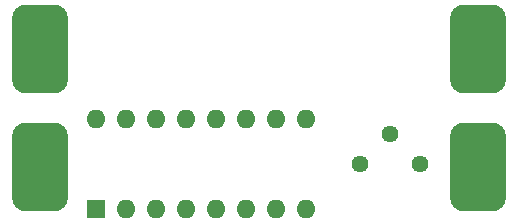
<source format=gbr>
%TF.GenerationSoftware,KiCad,Pcbnew,(6.0.11)*%
%TF.CreationDate,2024-01-24T12:45:58+00:00*%
%TF.ProjectId,Econet_ID_Extender_External,45636f6e-6574-45f4-9944-5f457874656e,rev?*%
%TF.SameCoordinates,Original*%
%TF.FileFunction,Soldermask,Top*%
%TF.FilePolarity,Negative*%
%FSLAX46Y46*%
G04 Gerber Fmt 4.6, Leading zero omitted, Abs format (unit mm)*
G04 Created by KiCad (PCBNEW (6.0.11)) date 2024-01-24 12:45:58*
%MOMM*%
%LPD*%
G01*
G04 APERTURE LIST*
G04 Aperture macros list*
%AMRoundRect*
0 Rectangle with rounded corners*
0 $1 Rounding radius*
0 $2 $3 $4 $5 $6 $7 $8 $9 X,Y pos of 4 corners*
0 Add a 4 corners polygon primitive as box body*
4,1,4,$2,$3,$4,$5,$6,$7,$8,$9,$2,$3,0*
0 Add four circle primitives for the rounded corners*
1,1,$1+$1,$2,$3*
1,1,$1+$1,$4,$5*
1,1,$1+$1,$6,$7*
1,1,$1+$1,$8,$9*
0 Add four rect primitives between the rounded corners*
20,1,$1+$1,$2,$3,$4,$5,0*
20,1,$1+$1,$4,$5,$6,$7,0*
20,1,$1+$1,$6,$7,$8,$9,0*
20,1,$1+$1,$8,$9,$2,$3,0*%
G04 Aperture macros list end*
%ADD10RoundRect,1.190500X-1.190500X-2.559500X1.190500X-2.559500X1.190500X2.559500X-1.190500X2.559500X0*%
%ADD11C,1.440000*%
%ADD12R,1.600000X1.600000*%
%ADD13O,1.600000X1.600000*%
G04 APERTURE END LIST*
D10*
%TO.C,*%
X166767889Y-101530000D03*
%TD*%
%TO.C,*%
X129757889Y-101530000D03*
%TD*%
D11*
%TO.C,RV1*%
X161880000Y-101250782D03*
X159340000Y-98710782D03*
X156800000Y-101250782D03*
%TD*%
D12*
%TO.C,SW1*%
X134447496Y-105065782D03*
D13*
X136987496Y-105065782D03*
X139527496Y-105065782D03*
X142067496Y-105065782D03*
X144607496Y-105065782D03*
X147147496Y-105065782D03*
X149687496Y-105065782D03*
X152227496Y-105065782D03*
X152227496Y-97445782D03*
X149687496Y-97445782D03*
X147147496Y-97445782D03*
X144607496Y-97445782D03*
X142067496Y-97445782D03*
X139527496Y-97445782D03*
X136987496Y-97445782D03*
X134447496Y-97445782D03*
%TD*%
D10*
%TO.C,*%
X129757889Y-91530000D03*
%TD*%
%TO.C,*%
X166767889Y-91530000D03*
%TD*%
M02*

</source>
